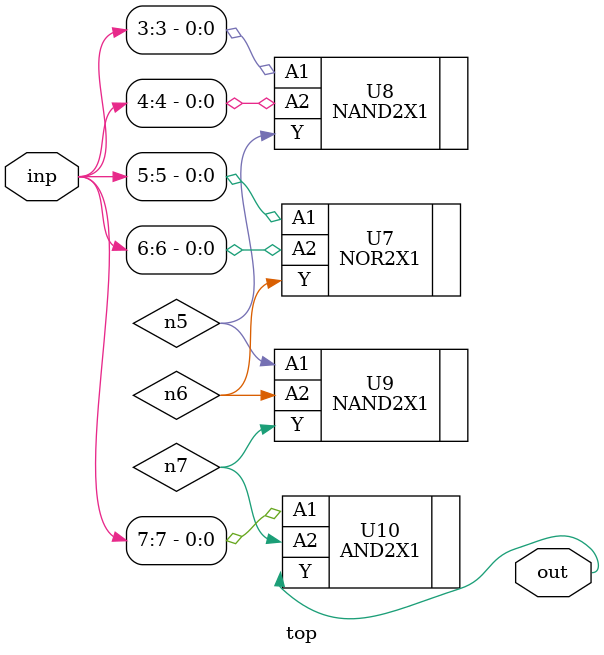
<source format=sv>


module top ( inp, out );
  input [7:0] inp;
  output out;
  wire   n5, n6, n7;

  NOR2X1 U7 ( .A1(inp[5]), .A2(inp[6]), .Y(n6) );
  NAND2X1 U8 ( .A1(inp[3]), .A2(inp[4]), .Y(n5) );
  NAND2X1 U9 ( .A1(n5), .A2(n6), .Y(n7) );
  AND2X1 U10 ( .A1(inp[7]), .A2(n7), .Y(out) );
endmodule


</source>
